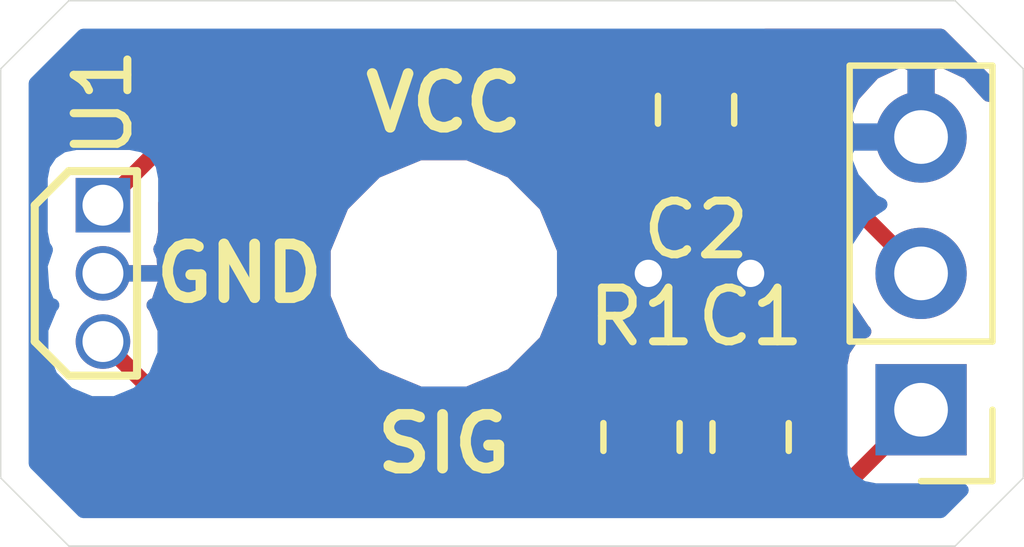
<source format=kicad_pcb>
(kicad_pcb (version 20171130) (host pcbnew "(5.0.0)")

  (general
    (thickness 1.6002)
    (drawings 11)
    (tracks 11)
    (zones 0)
    (modules 6)
    (nets 4)
  )

  (page A4)
  (layers
    (0 F.Cu signal)
    (31 B.Cu signal)
    (32 B.Adhes user hide)
    (33 F.Adhes user hide)
    (34 B.Paste user hide)
    (35 F.Paste user hide)
    (36 B.SilkS user)
    (37 F.SilkS user)
    (38 B.Mask user)
    (39 F.Mask user)
    (40 Dwgs.User user hide)
    (41 Cmts.User user hide)
    (42 Eco1.User user hide)
    (43 Eco2.User user hide)
    (44 Edge.Cuts user)
    (45 Margin user hide)
    (46 B.CrtYd user hide)
    (47 F.CrtYd user hide)
    (48 B.Fab user hide)
    (49 F.Fab user hide)
  )

  (setup
    (last_trace_width 0.3048)
    (trace_clearance 0.1524)
    (zone_clearance 0.508)
    (zone_45_only no)
    (trace_min 0.1524)
    (segment_width 0.2)
    (edge_width 0.0254)
    (via_size 0.889)
    (via_drill 0.508)
    (via_min_size 0.508)
    (via_min_drill 0.254)
    (uvia_size 0.6858)
    (uvia_drill 0.3302)
    (uvias_allowed no)
    (uvia_min_size 0.2)
    (uvia_min_drill 0.1)
    (pcb_text_width 0.3)
    (pcb_text_size 1.5 1.5)
    (mod_edge_width 0.15)
    (mod_text_size 1 1)
    (mod_text_width 0.15)
    (pad_size 3.2 3.2)
    (pad_drill 3.2)
    (pad_to_mask_clearance 0.0508)
    (aux_axis_origin 0 0)
    (visible_elements 7FFFFFFF)
    (pcbplotparams
      (layerselection 0x010fc_ffffffff)
      (usegerberextensions false)
      (usegerberattributes false)
      (usegerberadvancedattributes false)
      (creategerberjobfile false)
      (excludeedgelayer true)
      (linewidth 0.100000)
      (plotframeref false)
      (viasonmask false)
      (mode 1)
      (useauxorigin false)
      (hpglpennumber 1)
      (hpglpenspeed 20)
      (hpglpendiameter 15.000000)
      (psnegative false)
      (psa4output false)
      (plotreference true)
      (plotvalue true)
      (plotinvisibletext false)
      (padsonsilk false)
      (subtractmaskfromsilk false)
      (outputformat 1)
      (mirror false)
      (drillshape 1)
      (scaleselection 1)
      (outputdirectory ""))
  )

  (net 0 "")
  (net 1 /VOUT)
  (net 2 /GND)
  (net 3 /VCC)

  (net_class Default "This is the default net class."
    (clearance 0.1524)
    (trace_width 0.3048)
    (via_dia 0.889)
    (via_drill 0.508)
    (uvia_dia 0.6858)
    (uvia_drill 0.3302)
    (diff_pair_gap 0.0254)
    (diff_pair_width 0.2032)
    (add_net /GND)
    (add_net /VCC)
    (add_net /VOUT)
  )

  (net_class EDGE ""
    (clearance 0.1524)
    (trace_width 0.1524)
    (via_dia 0.889)
    (via_drill 0.508)
    (uvia_dia 0.6858)
    (uvia_drill 0.3302)
    (diff_pair_gap 0.0254)
    (diff_pair_width 0.2032)
  )

  (module Capacitor_SMD:C_0805_2012Metric (layer F.Cu) (tedit 5B36C52B) (tstamp 5BF66F1F)
    (at 160.02 104.648 90)
    (descr "Capacitor SMD 0805 (2012 Metric), square (rectangular) end terminal, IPC_7351 nominal, (Body size source: https://docs.google.com/spreadsheets/d/1BsfQQcO9C6DZCsRaXUlFlo91Tg2WpOkGARC1WS5S8t0/edit?usp=sharing), generated with kicad-footprint-generator")
    (tags capacitor)
    (path /5BC5F737)
    (attr smd)
    (fp_text reference C1 (at 2.2375 0 -180) (layer F.SilkS)
      (effects (font (size 1 1) (thickness 0.15)))
    )
    (fp_text value 4.7nF (at 0 1.65 90) (layer F.Fab)
      (effects (font (size 1 1) (thickness 0.15)))
    )
    (fp_text user %R (at 0 0 90) (layer F.Fab)
      (effects (font (size 0.5 0.5) (thickness 0.08)))
    )
    (fp_line (start 1.68 0.95) (end -1.68 0.95) (layer F.CrtYd) (width 0.05))
    (fp_line (start 1.68 -0.95) (end 1.68 0.95) (layer F.CrtYd) (width 0.05))
    (fp_line (start -1.68 -0.95) (end 1.68 -0.95) (layer F.CrtYd) (width 0.05))
    (fp_line (start -1.68 0.95) (end -1.68 -0.95) (layer F.CrtYd) (width 0.05))
    (fp_line (start -0.258578 0.71) (end 0.258578 0.71) (layer F.SilkS) (width 0.12))
    (fp_line (start -0.258578 -0.71) (end 0.258578 -0.71) (layer F.SilkS) (width 0.12))
    (fp_line (start 1 0.6) (end -1 0.6) (layer F.Fab) (width 0.1))
    (fp_line (start 1 -0.6) (end 1 0.6) (layer F.Fab) (width 0.1))
    (fp_line (start -1 -0.6) (end 1 -0.6) (layer F.Fab) (width 0.1))
    (fp_line (start -1 0.6) (end -1 -0.6) (layer F.Fab) (width 0.1))
    (pad 2 smd roundrect (at 0.9375 0 90) (size 0.975 1.4) (layers F.Cu F.Paste F.Mask) (roundrect_rratio 0.25)
      (net 2 /GND))
    (pad 1 smd roundrect (at -0.9375 0 90) (size 0.975 1.4) (layers F.Cu F.Paste F.Mask) (roundrect_rratio 0.25)
      (net 1 /VOUT))
    (model ${KISYS3DMOD}/Capacitor_SMD.3dshapes/C_0805_2012Metric.wrl
      (at (xyz 0 0 0))
      (scale (xyz 1 1 1))
      (rotate (xyz 0 0 0))
    )
  )

  (module Capacitor_SMD:C_0805_2012Metric (layer F.Cu) (tedit 5B36C52B) (tstamp 5BD23C4C)
    (at 159.004 98.552 270)
    (descr "Capacitor SMD 0805 (2012 Metric), square (rectangular) end terminal, IPC_7351 nominal, (Body size source: https://docs.google.com/spreadsheets/d/1BsfQQcO9C6DZCsRaXUlFlo91Tg2WpOkGARC1WS5S8t0/edit?usp=sharing), generated with kicad-footprint-generator")
    (tags capacitor)
    (path /5BC5F7CF)
    (attr smd)
    (fp_text reference C2 (at 2.2375 0) (layer F.SilkS)
      (effects (font (size 1 1) (thickness 0.15)))
    )
    (fp_text value .1uF (at 0 1.65 270) (layer F.Fab)
      (effects (font (size 1 1) (thickness 0.15)))
    )
    (fp_text user %R (at 0 0 270) (layer F.Fab)
      (effects (font (size 0.5 0.5) (thickness 0.08)))
    )
    (fp_line (start 1.68 0.95) (end -1.68 0.95) (layer F.CrtYd) (width 0.05))
    (fp_line (start 1.68 -0.95) (end 1.68 0.95) (layer F.CrtYd) (width 0.05))
    (fp_line (start -1.68 -0.95) (end 1.68 -0.95) (layer F.CrtYd) (width 0.05))
    (fp_line (start -1.68 0.95) (end -1.68 -0.95) (layer F.CrtYd) (width 0.05))
    (fp_line (start -0.258578 0.71) (end 0.258578 0.71) (layer F.SilkS) (width 0.12))
    (fp_line (start -0.258578 -0.71) (end 0.258578 -0.71) (layer F.SilkS) (width 0.12))
    (fp_line (start 1 0.6) (end -1 0.6) (layer F.Fab) (width 0.1))
    (fp_line (start 1 -0.6) (end 1 0.6) (layer F.Fab) (width 0.1))
    (fp_line (start -1 -0.6) (end 1 -0.6) (layer F.Fab) (width 0.1))
    (fp_line (start -1 0.6) (end -1 -0.6) (layer F.Fab) (width 0.1))
    (pad 2 smd roundrect (at 0.9375 0 270) (size 0.975 1.4) (layers F.Cu F.Paste F.Mask) (roundrect_rratio 0.25)
      (net 2 /GND))
    (pad 1 smd roundrect (at -0.9375 0 270) (size 0.975 1.4) (layers F.Cu F.Paste F.Mask) (roundrect_rratio 0.25)
      (net 3 /VCC))
    (model ${KISYS3DMOD}/Capacitor_SMD.3dshapes/C_0805_2012Metric.wrl
      (at (xyz 0 0 0))
      (scale (xyz 1 1 1))
      (rotate (xyz 0 0 0))
    )
  )

  (module Connector_PinHeader_2.54mm:PinHeader_1x03_P2.54mm_Vertical (layer F.Cu) (tedit 5BC606F2) (tstamp 5BD23CBE)
    (at 163.195 104.14 180)
    (descr "Through hole straight pin header, 1x03, 2.54mm pitch, single row")
    (tags "Through hole pin header THT 1x03 2.54mm single row")
    (path /5BC5F856)
    (fp_text reference J1 (at 0 -2.33 180) (layer Cmts.User)
      (effects (font (size 1 1) (thickness 0.15)))
    )
    (fp_text value Conn_01x03_Male (at 0 7.41 180) (layer F.Fab)
      (effects (font (size 1 1) (thickness 0.15)))
    )
    (fp_text user %R (at 0 2.54 270) (layer F.Fab)
      (effects (font (size 1 1) (thickness 0.15)))
    )
    (fp_line (start 1.8 -1.8) (end -1.8 -1.8) (layer F.CrtYd) (width 0.05))
    (fp_line (start 1.8 6.85) (end 1.8 -1.8) (layer F.CrtYd) (width 0.05))
    (fp_line (start -1.8 6.85) (end 1.8 6.85) (layer F.CrtYd) (width 0.05))
    (fp_line (start -1.8 -1.8) (end -1.8 6.85) (layer F.CrtYd) (width 0.05))
    (fp_line (start -1.33 -1.33) (end 0 -1.33) (layer F.SilkS) (width 0.12))
    (fp_line (start -1.33 0) (end -1.33 -1.33) (layer F.SilkS) (width 0.12))
    (fp_line (start -1.33 1.27) (end 1.33 1.27) (layer F.SilkS) (width 0.12))
    (fp_line (start 1.33 1.27) (end 1.33 6.41) (layer F.SilkS) (width 0.12))
    (fp_line (start -1.33 1.27) (end -1.33 6.41) (layer F.SilkS) (width 0.12))
    (fp_line (start -1.33 6.41) (end 1.33 6.41) (layer F.SilkS) (width 0.12))
    (fp_line (start -1.27 -0.635) (end -0.635 -1.27) (layer F.Fab) (width 0.1))
    (fp_line (start -1.27 6.35) (end -1.27 -0.635) (layer F.Fab) (width 0.1))
    (fp_line (start 1.27 6.35) (end -1.27 6.35) (layer F.Fab) (width 0.1))
    (fp_line (start 1.27 -1.27) (end 1.27 6.35) (layer F.Fab) (width 0.1))
    (fp_line (start -0.635 -1.27) (end 1.27 -1.27) (layer F.Fab) (width 0.1))
    (pad 3 thru_hole oval (at 0 5.08 180) (size 1.7 1.7) (drill 1) (layers *.Cu *.Mask)
      (net 2 /GND))
    (pad 2 thru_hole oval (at 0 2.54 180) (size 1.7 1.7) (drill 1) (layers *.Cu *.Mask)
      (net 3 /VCC))
    (pad 1 thru_hole rect (at 0 0 180) (size 1.7 1.7) (drill 1) (layers *.Cu *.Mask)
      (net 1 /VOUT))
    (model ${KISYS3DMOD}/Connector_PinHeader_2.54mm.3dshapes/PinHeader_1x03_P2.54mm_Vertical.wrl
      (at (xyz 0 0 0))
      (scale (xyz 1 1 1))
      (rotate (xyz 0 0 0))
    )
  )

  (module Resistor_SMD:R_0805_2012Metric (layer F.Cu) (tedit 5B36C52B) (tstamp 5BD23CFA)
    (at 157.988 104.648 90)
    (descr "Resistor SMD 0805 (2012 Metric), square (rectangular) end terminal, IPC_7351 nominal, (Body size source: https://docs.google.com/spreadsheets/d/1BsfQQcO9C6DZCsRaXUlFlo91Tg2WpOkGARC1WS5S8t0/edit?usp=sharing), generated with kicad-footprint-generator")
    (tags resistor)
    (path /5BC5F69D)
    (attr smd)
    (fp_text reference R1 (at 2.2375 0 -180) (layer F.SilkS)
      (effects (font (size 1 1) (thickness 0.15)))
    )
    (fp_text value 4.7k (at 0 1.65 90) (layer F.Fab)
      (effects (font (size 1 1) (thickness 0.15)))
    )
    (fp_text user %R (at 0 0 90) (layer F.Fab)
      (effects (font (size 0.5 0.5) (thickness 0.08)))
    )
    (fp_line (start 1.68 0.95) (end -1.68 0.95) (layer F.CrtYd) (width 0.05))
    (fp_line (start 1.68 -0.95) (end 1.68 0.95) (layer F.CrtYd) (width 0.05))
    (fp_line (start -1.68 -0.95) (end 1.68 -0.95) (layer F.CrtYd) (width 0.05))
    (fp_line (start -1.68 0.95) (end -1.68 -0.95) (layer F.CrtYd) (width 0.05))
    (fp_line (start -0.258578 0.71) (end 0.258578 0.71) (layer F.SilkS) (width 0.12))
    (fp_line (start -0.258578 -0.71) (end 0.258578 -0.71) (layer F.SilkS) (width 0.12))
    (fp_line (start 1 0.6) (end -1 0.6) (layer F.Fab) (width 0.1))
    (fp_line (start 1 -0.6) (end 1 0.6) (layer F.Fab) (width 0.1))
    (fp_line (start -1 -0.6) (end 1 -0.6) (layer F.Fab) (width 0.1))
    (fp_line (start -1 0.6) (end -1 -0.6) (layer F.Fab) (width 0.1))
    (pad 2 smd roundrect (at 0.9375 0 90) (size 0.975 1.4) (layers F.Cu F.Paste F.Mask) (roundrect_rratio 0.25)
      (net 2 /GND))
    (pad 1 smd roundrect (at -0.9375 0 90) (size 0.975 1.4) (layers F.Cu F.Paste F.Mask) (roundrect_rratio 0.25)
      (net 1 /VOUT))
    (model ${KISYS3DMOD}/Resistor_SMD.3dshapes/R_0805_2012Metric.wrl
      (at (xyz 0 0 0))
      (scale (xyz 1 1 1))
      (rotate (xyz 0 0 0))
    )
  )

  (module MountingHole:MountingHole_3.2mm_M3 (layer F.Cu) (tedit 5BC606F6) (tstamp 5BF66EE7)
    (at 154.305 101.6)
    (descr "Mounting Hole 3.2mm, no annular, M3")
    (tags "mounting hole 3.2mm no annular m3")
    (attr virtual)
    (fp_text reference REF** (at 0 -4.2) (layer Cmts.User)
      (effects (font (size 1 1) (thickness 0.15)))
    )
    (fp_text value MountingHole_3.2mm_M3 (at 0 4.2) (layer F.Fab)
      (effects (font (size 1 1) (thickness 0.15)))
    )
    (fp_circle (center 0 0) (end 3.45 0) (layer F.CrtYd) (width 0.05))
    (fp_circle (center 0 0) (end 3.2 0) (layer Cmts.User) (width 0.15))
    (fp_text user %R (at 0.3 0) (layer F.Fab)
      (effects (font (size 1 1) (thickness 0.15)))
    )
    (pad 1 np_thru_hole circle (at 0 0) (size 3.2 3.2) (drill 3.2) (layers *.Cu *.Mask))
  )

  (module AndrewLibModules:3-SSIP (layer F.Cu) (tedit 5BC603AC) (tstamp 5BF66E1D)
    (at 147.955 101.6 270)
    (path /5BC5F5BE)
    (fp_text reference U1 (at -3.175 0 270) (layer F.SilkS)
      (effects (font (size 1 1) (thickness 0.15)))
    )
    (fp_text value A1308KUA-2-T (at 0 -1.905 270) (layer F.Fab)
      (effects (font (size 1 1) (thickness 0.15)))
    )
    (fp_line (start -1.905 0.635) (end -1.27 1.27) (layer F.SilkS) (width 0.15))
    (fp_line (start -1.27 1.27) (end 1.27 1.27) (layer F.SilkS) (width 0.15))
    (fp_line (start 1.27 1.27) (end 1.905 0.635) (layer F.SilkS) (width 0.15))
    (fp_line (start -1.905 0.635) (end -1.905 -0.635) (layer F.SilkS) (width 0.15))
    (fp_line (start 1.905 -0.635) (end -1.905 -0.635) (layer F.SilkS) (width 0.15))
    (fp_line (start 1.905 -0.635) (end 1.905 0.635) (layer F.SilkS) (width 0.15))
    (pad 3 thru_hole circle (at 1.27 0 270) (size 1.016 1.016) (drill 0.762) (layers *.Cu *.Mask)
      (net 1 /VOUT))
    (pad 2 thru_hole circle (at 0 0 270) (size 1.016 1.016) (drill 0.762) (layers *.Cu *.Mask)
      (net 2 /GND))
    (pad 1 thru_hole rect (at -1.27 0 270) (size 1.016 1.016) (drill 0.762) (layers *.Cu *.Mask)
      (net 3 /VCC))
    (model C:/Users/ThatOtherGuy/kicad/AndrewLibModules.pretty/3dmodels/A1309-KUA-2-T.stp
      (at (xyz 0 0 0))
      (scale (xyz 1 1 1))
      (rotate (xyz 0 0 0))
    )
  )

  (gr_line (start 146.05 97.79) (end 147.32 96.52) (layer Edge.Cuts) (width 0.0254))
  (gr_line (start 146.05 105.41) (end 146.05 97.79) (layer Edge.Cuts) (width 0.0254))
  (gr_line (start 147.32 106.68) (end 146.05 105.41) (layer Edge.Cuts) (width 0.0254))
  (gr_line (start 163.83 106.68) (end 147.32 106.68) (layer Edge.Cuts) (width 0.0254))
  (gr_line (start 165.1 105.41) (end 163.83 106.68) (layer Edge.Cuts) (width 0.0254))
  (gr_line (start 165.1 97.79) (end 165.1 105.41) (layer Edge.Cuts) (width 0.0254))
  (gr_line (start 163.83 96.52) (end 165.1 97.79) (layer Edge.Cuts) (width 0.0254))
  (gr_line (start 147.32 96.52) (end 163.83 96.52) (layer Edge.Cuts) (width 0.0254))
  (gr_text GND (at 150.495 101.6) (layer F.SilkS)
    (effects (font (size 1 1) (thickness 0.2)))
  )
  (gr_text VCC (at 154.305 98.425) (layer F.SilkS)
    (effects (font (size 1 1) (thickness 0.2)))
  )
  (gr_text "SIG\n" (at 154.305 104.775) (layer F.SilkS)
    (effects (font (size 1 1) (thickness 0.2)))
  )

  (segment (start 161.7495 105.5855) (end 163.195 104.14) (width 0.3048) (layer F.Cu) (net 1))
  (segment (start 147.955 102.87) (end 150.6705 105.5855) (width 0.3048) (layer F.Cu) (net 1))
  (segment (start 150.6705 105.5855) (end 161.7495 105.5855) (width 0.3048) (layer F.Cu) (net 1))
  (segment (start 147.955 101.6) (end 149.86 101.6) (width 0.3048) (layer B.Cu) (net 2))
  (segment (start 147.955 101.6) (end 149.86 101.6) (width 0.3048) (layer F.Cu) (net 2))
  (via (at 158.115 101.6) (size 0.889) (drill 0.508) (layers F.Cu B.Cu) (net 2))
  (via (at 160.02 101.6) (size 0.889) (drill 0.508) (layers F.Cu B.Cu) (net 2))
  (segment (start 147.955 100.33) (end 150.6705 97.6145) (width 0.3048) (layer F.Cu) (net 3))
  (segment (start 150.6705 97.6145) (end 159.004 97.6145) (width 0.3048) (layer F.Cu) (net 3))
  (segment (start 159.2095 97.6145) (end 159.004 97.6145) (width 0.3048) (layer F.Cu) (net 3))
  (segment (start 163.195 101.6) (end 159.2095 97.6145) (width 0.3048) (layer F.Cu) (net 3))

  (zone (net 2) (net_name /GND) (layer F.Cu) (tstamp 5BF67B35) (hatch edge 0.508)
    (connect_pads (clearance 0.508))
    (min_thickness 0.254)
    (fill yes (arc_segments 16) (thermal_gap 0.508) (thermal_bridge_width 0.508))
    (polygon
      (pts
        (xy 165.1 96.52) (xy 146.05 96.52) (xy 146.05 106.68) (xy 165.1 106.68)
      )
    )
    (filled_polygon
      (pts
        (xy 157.917584 98.488416) (xy 157.918767 98.489207) (xy 157.765673 98.642302) (xy 157.669 98.875691) (xy 157.669 99.20375)
        (xy 157.82775 99.3625) (xy 158.877 99.3625) (xy 158.877 99.3425) (xy 159.131 99.3425) (xy 159.131 99.3625)
        (xy 159.151 99.3625) (xy 159.151 99.6165) (xy 159.131 99.6165) (xy 159.131 100.45325) (xy 159.28975 100.612)
        (xy 159.83031 100.612) (xy 160.063699 100.515327) (xy 160.242327 100.336698) (xy 160.339 100.103309) (xy 160.339 99.857551)
        (xy 161.747362 101.265913) (xy 161.680908 101.6) (xy 161.796161 102.179418) (xy 162.124375 102.670625) (xy 162.142619 102.682816)
        (xy 162.097235 102.691843) (xy 161.887191 102.832191) (xy 161.746843 103.042235) (xy 161.69756 103.29) (xy 161.69756 104.523889)
        (xy 161.423349 104.7981) (xy 161.164224 104.7981) (xy 161.106416 104.711584) (xy 161.105233 104.710793) (xy 161.258327 104.557698)
        (xy 161.355 104.324309) (xy 161.355 103.99625) (xy 161.19625 103.8375) (xy 160.147 103.8375) (xy 160.147 103.8575)
        (xy 159.893 103.8575) (xy 159.893 103.8375) (xy 158.115 103.8375) (xy 158.115 103.8575) (xy 157.861 103.8575)
        (xy 157.861 103.8375) (xy 156.81175 103.8375) (xy 156.653 103.99625) (xy 156.653 104.324309) (xy 156.749673 104.557698)
        (xy 156.902767 104.710793) (xy 156.901584 104.711584) (xy 156.843776 104.7981) (xy 150.996652 104.7981) (xy 149.098 102.899449)
        (xy 149.098 102.642643) (xy 148.923989 102.222542) (xy 148.892717 102.19127) (xy 148.966856 102.178176) (xy 149.111091 101.746945)
        (xy 149.079322 101.293343) (xy 149.022198 101.155431) (xy 152.07 101.155431) (xy 152.07 102.044569) (xy 152.410259 102.866026)
        (xy 153.038974 103.494741) (xy 153.860431 103.835) (xy 154.749569 103.835) (xy 155.571026 103.494741) (xy 155.969076 103.096691)
        (xy 156.653 103.096691) (xy 156.653 103.42475) (xy 156.81175 103.5835) (xy 157.861 103.5835) (xy 157.861 102.74675)
        (xy 158.115 102.74675) (xy 158.115 103.5835) (xy 159.893 103.5835) (xy 159.893 102.74675) (xy 160.147 102.74675)
        (xy 160.147 103.5835) (xy 161.19625 103.5835) (xy 161.355 103.42475) (xy 161.355 103.096691) (xy 161.258327 102.863302)
        (xy 161.079699 102.684673) (xy 160.84631 102.588) (xy 160.30575 102.588) (xy 160.147 102.74675) (xy 159.893 102.74675)
        (xy 159.73425 102.588) (xy 159.19369 102.588) (xy 159.004 102.666572) (xy 158.81431 102.588) (xy 158.27375 102.588)
        (xy 158.115 102.74675) (xy 157.861 102.74675) (xy 157.70225 102.588) (xy 157.16169 102.588) (xy 156.928301 102.684673)
        (xy 156.749673 102.863302) (xy 156.653 103.096691) (xy 155.969076 103.096691) (xy 156.199741 102.866026) (xy 156.54 102.044569)
        (xy 156.54 101.155431) (xy 156.199741 100.333974) (xy 155.641017 99.77525) (xy 157.669 99.77525) (xy 157.669 100.103309)
        (xy 157.765673 100.336698) (xy 157.944301 100.515327) (xy 158.17769 100.612) (xy 158.71825 100.612) (xy 158.877 100.45325)
        (xy 158.877 99.6165) (xy 157.82775 99.6165) (xy 157.669 99.77525) (xy 155.641017 99.77525) (xy 155.571026 99.705259)
        (xy 154.749569 99.365) (xy 153.860431 99.365) (xy 153.038974 99.705259) (xy 152.410259 100.333974) (xy 152.07 101.155431)
        (xy 149.022198 101.155431) (xy 149.019293 101.148419) (xy 149.061157 101.085765) (xy 149.11044 100.838) (xy 149.11044 100.288111)
        (xy 150.996652 98.4019) (xy 157.859776 98.4019)
      )
    )
    (filled_polygon
      (pts
        (xy 148.148748 101.585858) (xy 148.134605 101.6) (xy 148.148748 101.614143) (xy 148.03589 101.727) (xy 147.87411 101.727)
        (xy 147.761253 101.614143) (xy 147.775395 101.6) (xy 147.761253 101.585858) (xy 147.86167 101.48544) (xy 148.04833 101.48544)
      )
    )
    (filled_polygon
      (pts
        (xy 164.4523 98.058286) (xy 164.4523 98.277335) (xy 164.076358 97.864817) (xy 163.551892 97.618514) (xy 163.322 97.739181)
        (xy 163.322 98.933) (xy 163.342 98.933) (xy 163.342 99.187) (xy 163.322 99.187) (xy 163.322 99.207)
        (xy 163.068 99.207) (xy 163.068 99.187) (xy 163.048 99.187) (xy 163.048 98.933) (xy 163.068 98.933)
        (xy 163.068 97.739181) (xy 162.838108 97.618514) (xy 162.313642 97.864817) (xy 161.923355 98.293076) (xy 161.753524 98.70311)
        (xy 161.874844 98.932998) (xy 161.71 98.932998) (xy 161.71 99.001448) (xy 160.35144 97.642889) (xy 160.35144 97.37075)
        (xy 160.311051 97.1677) (xy 163.561715 97.1677)
      )
    )
  )
  (zone (net 2) (net_name /GND) (layer B.Cu) (tstamp 5BF67B32) (hatch edge 0.508)
    (connect_pads (clearance 0.508))
    (min_thickness 0.254)
    (fill yes (arc_segments 16) (thermal_gap 0.508) (thermal_bridge_width 0.508))
    (polygon
      (pts
        (xy 165.1 96.52) (xy 146.05 96.52) (xy 146.05 106.68) (xy 165.1 106.68)
      )
    )
    (filled_polygon
      (pts
        (xy 164.4523 98.058286) (xy 164.4523 98.277335) (xy 164.076358 97.864817) (xy 163.551892 97.618514) (xy 163.322 97.739181)
        (xy 163.322 98.933) (xy 163.342 98.933) (xy 163.342 99.187) (xy 163.322 99.187) (xy 163.322 99.207)
        (xy 163.068 99.207) (xy 163.068 99.187) (xy 161.874845 99.187) (xy 161.753524 99.41689) (xy 161.923355 99.826924)
        (xy 162.313642 100.255183) (xy 162.443478 100.316157) (xy 162.124375 100.529375) (xy 161.796161 101.020582) (xy 161.680908 101.6)
        (xy 161.796161 102.179418) (xy 162.124375 102.670625) (xy 162.142619 102.682816) (xy 162.097235 102.691843) (xy 161.887191 102.832191)
        (xy 161.746843 103.042235) (xy 161.69756 103.29) (xy 161.69756 104.99) (xy 161.746843 105.237765) (xy 161.887191 105.447809)
        (xy 162.097235 105.588157) (xy 162.345 105.63744) (xy 163.956575 105.63744) (xy 163.561715 106.0323) (xy 147.588286 106.0323)
        (xy 146.6977 105.141715) (xy 146.6977 101.453055) (xy 146.798909 101.453055) (xy 146.830678 101.906657) (xy 146.943144 102.178176)
        (xy 147.017283 102.19127) (xy 146.986011 102.222542) (xy 146.812 102.642643) (xy 146.812 103.097357) (xy 146.986011 103.517458)
        (xy 147.307542 103.838989) (xy 147.727643 104.013) (xy 148.182357 104.013) (xy 148.602458 103.838989) (xy 148.923989 103.517458)
        (xy 149.098 103.097357) (xy 149.098 102.642643) (xy 148.923989 102.222542) (xy 148.892717 102.19127) (xy 148.966856 102.178176)
        (xy 149.111091 101.746945) (xy 149.079322 101.293343) (xy 149.022198 101.155431) (xy 152.07 101.155431) (xy 152.07 102.044569)
        (xy 152.410259 102.866026) (xy 153.038974 103.494741) (xy 153.860431 103.835) (xy 154.749569 103.835) (xy 155.571026 103.494741)
        (xy 156.199741 102.866026) (xy 156.54 102.044569) (xy 156.54 101.155431) (xy 156.199741 100.333974) (xy 155.571026 99.705259)
        (xy 154.749569 99.365) (xy 153.860431 99.365) (xy 153.038974 99.705259) (xy 152.410259 100.333974) (xy 152.07 101.155431)
        (xy 149.022198 101.155431) (xy 149.019293 101.148419) (xy 149.061157 101.085765) (xy 149.11044 100.838) (xy 149.11044 99.822)
        (xy 149.061157 99.574235) (xy 148.920809 99.364191) (xy 148.710765 99.223843) (xy 148.463 99.17456) (xy 147.447 99.17456)
        (xy 147.199235 99.223843) (xy 146.989191 99.364191) (xy 146.848843 99.574235) (xy 146.79956 99.822) (xy 146.79956 100.838)
        (xy 146.848843 101.085765) (xy 146.897434 101.158486) (xy 146.798909 101.453055) (xy 146.6977 101.453055) (xy 146.6977 98.70311)
        (xy 161.753524 98.70311) (xy 161.874845 98.933) (xy 163.068 98.933) (xy 163.068 97.739181) (xy 162.838108 97.618514)
        (xy 162.313642 97.864817) (xy 161.923355 98.293076) (xy 161.753524 98.70311) (xy 146.6977 98.70311) (xy 146.6977 98.058285)
        (xy 147.588286 97.1677) (xy 163.561715 97.1677)
      )
    )
    (filled_polygon
      (pts
        (xy 148.148748 101.585858) (xy 148.134605 101.6) (xy 148.148748 101.614143) (xy 148.03589 101.727) (xy 147.87411 101.727)
        (xy 147.761253 101.614143) (xy 147.775395 101.6) (xy 147.761253 101.585858) (xy 147.86167 101.48544) (xy 148.04833 101.48544)
      )
    )
  )
)

</source>
